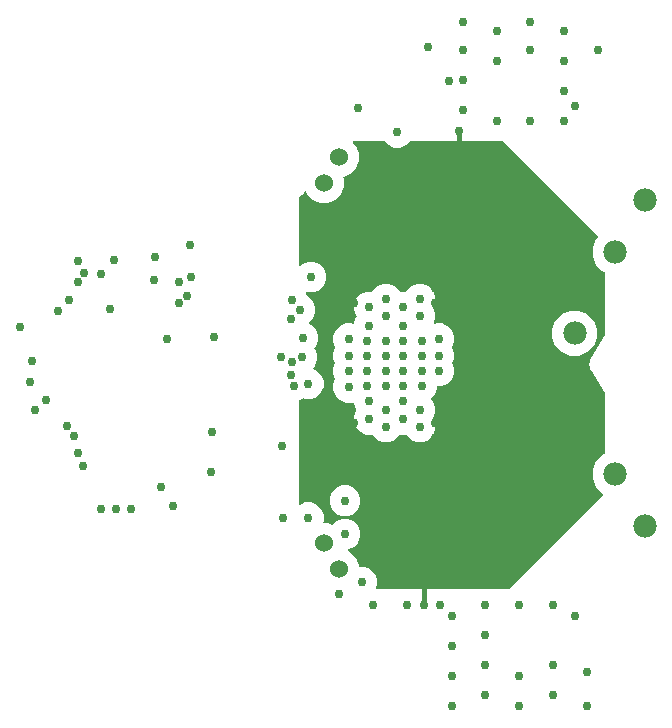
<source format=gbr>
G04 EAGLE Gerber RS-274X export*
G75*
%MOMM*%
%FSLAX34Y34*%
%LPD*%
%INCopper Layer 15*%
%IPPOS*%
%AMOC8*
5,1,8,0,0,1.08239X$1,22.5*%
G01*
%ADD10C,1.981200*%
%ADD11C,1.530000*%
%ADD12C,0.756400*%
%ADD13C,0.406400*%

G36*
X-85704Y-191385D02*
X-85704Y-191385D01*
X-85683Y-191387D01*
X-85573Y-191365D01*
X-85462Y-191348D01*
X-85443Y-191339D01*
X-85423Y-191335D01*
X-85384Y-191311D01*
X-85223Y-191233D01*
X-85140Y-191156D01*
X-85097Y-191128D01*
X-5659Y-111691D01*
X-5653Y-111682D01*
X-5645Y-111676D01*
X-5575Y-111575D01*
X-5502Y-111477D01*
X-5498Y-111467D01*
X-5492Y-111458D01*
X-5455Y-111342D01*
X-5414Y-111226D01*
X-5414Y-111215D01*
X-5411Y-111205D01*
X-5409Y-111082D01*
X-5405Y-110960D01*
X-5408Y-110950D01*
X-5408Y-110939D01*
X-5443Y-110822D01*
X-5475Y-110703D01*
X-5481Y-110695D01*
X-5484Y-110684D01*
X-5552Y-110583D01*
X-5618Y-110479D01*
X-5626Y-110472D01*
X-5632Y-110463D01*
X-5657Y-110446D01*
X-5820Y-110307D01*
X-5882Y-110281D01*
X-11261Y-104902D01*
X-14161Y-97900D01*
X-14161Y-90321D01*
X-11261Y-83319D01*
X-5902Y-77960D01*
X-4423Y-77347D01*
X-4370Y-77315D01*
X-4312Y-77292D01*
X-4256Y-77247D01*
X-4195Y-77210D01*
X-4154Y-77164D01*
X-4106Y-77125D01*
X-4066Y-77065D01*
X-4018Y-77011D01*
X-3993Y-76955D01*
X-3958Y-76903D01*
X-3948Y-76856D01*
X-3908Y-76769D01*
X-3881Y-76557D01*
X-3874Y-76527D01*
X-3874Y-25825D01*
X-3880Y-25787D01*
X-3878Y-25749D01*
X-3893Y-25699D01*
X-3914Y-25562D01*
X-3978Y-25431D01*
X-3993Y-25381D01*
X-15070Y-6195D01*
X-15077Y-6186D01*
X-15079Y-6182D01*
X-15118Y-6134D01*
X-15134Y-6099D01*
X-15882Y-5124D01*
X-16020Y-4611D01*
X-16092Y-4444D01*
X-16097Y-4433D01*
X-16108Y-4396D01*
X-16374Y-3936D01*
X-16535Y-2718D01*
X-16556Y-2646D01*
X-16557Y-2604D01*
X-16875Y-1418D01*
X-16806Y-891D01*
X-16809Y-701D01*
X-16806Y-659D01*
X-16875Y-132D01*
X-16557Y1054D01*
X-16549Y1129D01*
X-16535Y1168D01*
X-16374Y2386D01*
X-16108Y2846D01*
X-16039Y3024D01*
X-16020Y3061D01*
X-15882Y3574D01*
X-15134Y4549D01*
X-15098Y4615D01*
X-15070Y4645D01*
X-3993Y23831D01*
X-3979Y23867D01*
X-3958Y23898D01*
X-3947Y23950D01*
X-3896Y24079D01*
X-3886Y24224D01*
X-3874Y24275D01*
X-3874Y76527D01*
X-3884Y76588D01*
X-3883Y76650D01*
X-3903Y76719D01*
X-3914Y76789D01*
X-3941Y76845D01*
X-3959Y76905D01*
X-3999Y76964D01*
X-4030Y77029D01*
X-4072Y77074D01*
X-4107Y77126D01*
X-4146Y77153D01*
X-4211Y77223D01*
X-4397Y77329D01*
X-4423Y77347D01*
X-5902Y77960D01*
X-11261Y83319D01*
X-14161Y90321D01*
X-14161Y97900D01*
X-11261Y104902D01*
X-9663Y106500D01*
X-9602Y106583D01*
X-9535Y106661D01*
X-9523Y106689D01*
X-9505Y106714D01*
X-9471Y106811D01*
X-9431Y106905D01*
X-9428Y106936D01*
X-9418Y106965D01*
X-9414Y107068D01*
X-9403Y107170D01*
X-9409Y107200D01*
X-9408Y107231D01*
X-9435Y107330D01*
X-9455Y107431D01*
X-9468Y107451D01*
X-9478Y107487D01*
X-9621Y107712D01*
X-9650Y107736D01*
X-9663Y107756D01*
X-89859Y187953D01*
X-89876Y187966D01*
X-89890Y187982D01*
X-89983Y188044D01*
X-90073Y188111D01*
X-90093Y188118D01*
X-90111Y188129D01*
X-90155Y188139D01*
X-90324Y188198D01*
X-90437Y188202D01*
X-90488Y188213D01*
X-167788Y188213D01*
X-167808Y188210D01*
X-167829Y188212D01*
X-167940Y188190D01*
X-168050Y188173D01*
X-168069Y188164D01*
X-168090Y188160D01*
X-168129Y188136D01*
X-168290Y188058D01*
X-168372Y187981D01*
X-168416Y187953D01*
X-172065Y184304D01*
X-176816Y182336D01*
X-181959Y182336D01*
X-186710Y184304D01*
X-190359Y187953D01*
X-190376Y187966D01*
X-190389Y187982D01*
X-190483Y188044D01*
X-190573Y188111D01*
X-190593Y188118D01*
X-190611Y188129D01*
X-190655Y188139D01*
X-190824Y188198D01*
X-190937Y188202D01*
X-190987Y188213D01*
X-216520Y188213D01*
X-216571Y188206D01*
X-216623Y188207D01*
X-216702Y188186D01*
X-216783Y188173D01*
X-216830Y188151D01*
X-216880Y188137D01*
X-216949Y188093D01*
X-217023Y188058D01*
X-217060Y188023D01*
X-217104Y187995D01*
X-217157Y187932D01*
X-217217Y187876D01*
X-217243Y187832D01*
X-217276Y187792D01*
X-217308Y187717D01*
X-217349Y187646D01*
X-217360Y187595D01*
X-217380Y187548D01*
X-217389Y187466D01*
X-217407Y187386D01*
X-217402Y187335D01*
X-217408Y187283D01*
X-217392Y187203D01*
X-217385Y187121D01*
X-217366Y187073D01*
X-217356Y187023D01*
X-217328Y186979D01*
X-217286Y186874D01*
X-217173Y186735D01*
X-217149Y186697D01*
X-214362Y183910D01*
X-211805Y177738D01*
X-211805Y171056D01*
X-214362Y164884D01*
X-219087Y160159D01*
X-224453Y157936D01*
X-224541Y157883D01*
X-224633Y157836D01*
X-224654Y157815D01*
X-224681Y157799D01*
X-224749Y157722D01*
X-224823Y157650D01*
X-224837Y157623D01*
X-224858Y157600D01*
X-224900Y157507D01*
X-224949Y157417D01*
X-224955Y157386D01*
X-224968Y157358D01*
X-224981Y157257D01*
X-225001Y157156D01*
X-224997Y157132D01*
X-225001Y157095D01*
X-224955Y156833D01*
X-224938Y156799D01*
X-224934Y156776D01*
X-224505Y155741D01*
X-224505Y149059D01*
X-227062Y142887D01*
X-231787Y138162D01*
X-237959Y135605D01*
X-244641Y135605D01*
X-250813Y138162D01*
X-255538Y142887D01*
X-256456Y145103D01*
X-256521Y145211D01*
X-256585Y145320D01*
X-256590Y145324D01*
X-256593Y145330D01*
X-256687Y145414D01*
X-256780Y145499D01*
X-256787Y145502D01*
X-256792Y145507D01*
X-256906Y145559D01*
X-257021Y145613D01*
X-257027Y145614D01*
X-257034Y145617D01*
X-257158Y145633D01*
X-257284Y145651D01*
X-257291Y145650D01*
X-257297Y145651D01*
X-257421Y145629D01*
X-257546Y145609D01*
X-257552Y145606D01*
X-257559Y145605D01*
X-257670Y145548D01*
X-257785Y145491D01*
X-257788Y145487D01*
X-257796Y145483D01*
X-257986Y145297D01*
X-258019Y145236D01*
X-258046Y145207D01*
X-258165Y145001D01*
X-258192Y144930D01*
X-258216Y144896D01*
X-258686Y143762D01*
X-259062Y143386D01*
X-259175Y143233D01*
X-259203Y143202D01*
X-259469Y142741D01*
X-260443Y141994D01*
X-260496Y141939D01*
X-260531Y141917D01*
X-261399Y141049D01*
X-261890Y140845D01*
X-262053Y140747D01*
X-262091Y140729D01*
X-262478Y140432D01*
X-262533Y140375D01*
X-262594Y140325D01*
X-262625Y140280D01*
X-262663Y140241D01*
X-262698Y140170D01*
X-262742Y140104D01*
X-262750Y140066D01*
X-262782Y140003D01*
X-262826Y139741D01*
X-262825Y139733D01*
X-262826Y139728D01*
X-262826Y83037D01*
X-262818Y82986D01*
X-262820Y82935D01*
X-262798Y82856D01*
X-262786Y82775D01*
X-262764Y82728D01*
X-262750Y82678D01*
X-262706Y82609D01*
X-262670Y82535D01*
X-262635Y82497D01*
X-262607Y82454D01*
X-262545Y82401D01*
X-262489Y82341D01*
X-262444Y82315D01*
X-262405Y82282D01*
X-262329Y82250D01*
X-262258Y82209D01*
X-262208Y82198D01*
X-262160Y82177D01*
X-262079Y82169D01*
X-261999Y82151D01*
X-261947Y82155D01*
X-261896Y82150D01*
X-261815Y82166D01*
X-261734Y82173D01*
X-261686Y82192D01*
X-261635Y82202D01*
X-261592Y82230D01*
X-261487Y82272D01*
X-261394Y82347D01*
X-261392Y82348D01*
X-261384Y82355D01*
X-261348Y82385D01*
X-261309Y82409D01*
X-259735Y83984D01*
X-254984Y85952D01*
X-249841Y85952D01*
X-245090Y83984D01*
X-241454Y80347D01*
X-239486Y75596D01*
X-239486Y70454D01*
X-241454Y65703D01*
X-245090Y62066D01*
X-249841Y60098D01*
X-254984Y60098D01*
X-255551Y60333D01*
X-255601Y60346D01*
X-255648Y60367D01*
X-255730Y60377D01*
X-255809Y60397D01*
X-255861Y60394D01*
X-255912Y60401D01*
X-255993Y60386D01*
X-256075Y60382D01*
X-256123Y60364D01*
X-256174Y60355D01*
X-256247Y60317D01*
X-256324Y60289D01*
X-256364Y60257D01*
X-256410Y60233D01*
X-256469Y60176D01*
X-256534Y60126D01*
X-256563Y60084D01*
X-256600Y60047D01*
X-256639Y59975D01*
X-256686Y59908D01*
X-256702Y59859D01*
X-256727Y59814D01*
X-256743Y59733D01*
X-256768Y59655D01*
X-256768Y59604D01*
X-256778Y59553D01*
X-256770Y59502D01*
X-256771Y59389D01*
X-256720Y59218D01*
X-256712Y59173D01*
X-255802Y56976D01*
X-255791Y56958D01*
X-255785Y56937D01*
X-255762Y56904D01*
X-255749Y56871D01*
X-255709Y56821D01*
X-255664Y56748D01*
X-255649Y56734D01*
X-255637Y56717D01*
X-255606Y56695D01*
X-255582Y56665D01*
X-255540Y56637D01*
X-255466Y56571D01*
X-255388Y56536D01*
X-255360Y56517D01*
X-255350Y56515D01*
X-255321Y56495D01*
X-254615Y56203D01*
X-250979Y52566D01*
X-249011Y47815D01*
X-249011Y42672D01*
X-250979Y37921D01*
X-254318Y34582D01*
X-254324Y34574D01*
X-254332Y34568D01*
X-254403Y34467D01*
X-254475Y34369D01*
X-254479Y34359D01*
X-254485Y34350D01*
X-254522Y34233D01*
X-254563Y34117D01*
X-254563Y34107D01*
X-254566Y34097D01*
X-254568Y33974D01*
X-254572Y33852D01*
X-254569Y33842D01*
X-254569Y33831D01*
X-254534Y33714D01*
X-254502Y33595D01*
X-254496Y33586D01*
X-254493Y33576D01*
X-254425Y33475D01*
X-254359Y33371D01*
X-254351Y33364D01*
X-254345Y33355D01*
X-254320Y33338D01*
X-254157Y33199D01*
X-254069Y33161D01*
X-254029Y33134D01*
X-252234Y32390D01*
X-248597Y28754D01*
X-246630Y24003D01*
X-246630Y18860D01*
X-248597Y14109D01*
X-249378Y13328D01*
X-249439Y13246D01*
X-249506Y13167D01*
X-249518Y13139D01*
X-249536Y13114D01*
X-249570Y13017D01*
X-249610Y12923D01*
X-249613Y12892D01*
X-249623Y12863D01*
X-249627Y12761D01*
X-249637Y12658D01*
X-249631Y12628D01*
X-249632Y12597D01*
X-249606Y12498D01*
X-249585Y12398D01*
X-249573Y12378D01*
X-249563Y12341D01*
X-249420Y12117D01*
X-249396Y12096D01*
X-247423Y7334D01*
X-247423Y2191D01*
X-249391Y-2560D01*
X-250678Y-3846D01*
X-250684Y-3855D01*
X-250692Y-3861D01*
X-250763Y-3961D01*
X-250835Y-4060D01*
X-250839Y-4070D01*
X-250845Y-4079D01*
X-250882Y-4196D01*
X-250923Y-4311D01*
X-250923Y-4322D01*
X-250926Y-4332D01*
X-250928Y-4454D01*
X-250932Y-4577D01*
X-250929Y-4587D01*
X-250929Y-4598D01*
X-250894Y-4715D01*
X-250862Y-4833D01*
X-250856Y-4842D01*
X-250853Y-4852D01*
X-250785Y-4954D01*
X-250719Y-5058D01*
X-250711Y-5065D01*
X-250705Y-5073D01*
X-250680Y-5091D01*
X-250517Y-5230D01*
X-250429Y-5267D01*
X-250389Y-5295D01*
X-247471Y-6504D01*
X-243835Y-10140D01*
X-241867Y-14891D01*
X-241867Y-20034D01*
X-243835Y-24785D01*
X-247471Y-28421D01*
X-252222Y-30389D01*
X-257365Y-30389D01*
X-258366Y-29974D01*
X-258426Y-29960D01*
X-258484Y-29935D01*
X-258555Y-29928D01*
X-258624Y-29911D01*
X-258686Y-29914D01*
X-258748Y-29908D01*
X-258818Y-29922D01*
X-258890Y-29926D01*
X-258948Y-29948D01*
X-259009Y-29960D01*
X-259049Y-29986D01*
X-259139Y-30019D01*
X-259308Y-30150D01*
X-259334Y-30167D01*
X-259378Y-30210D01*
X-262277Y-31411D01*
X-262330Y-31443D01*
X-262388Y-31466D01*
X-262444Y-31512D01*
X-262505Y-31549D01*
X-262546Y-31595D01*
X-262594Y-31634D01*
X-262634Y-31694D01*
X-262682Y-31747D01*
X-262707Y-31804D01*
X-262742Y-31855D01*
X-262752Y-31902D01*
X-262792Y-31989D01*
X-262819Y-32201D01*
X-262826Y-32232D01*
X-262826Y-118975D01*
X-262824Y-118985D01*
X-262826Y-118995D01*
X-262804Y-119116D01*
X-262786Y-119237D01*
X-262781Y-119247D01*
X-262780Y-119257D01*
X-262724Y-119366D01*
X-262670Y-119477D01*
X-262663Y-119484D01*
X-262658Y-119494D01*
X-262573Y-119581D01*
X-262489Y-119671D01*
X-262480Y-119676D01*
X-262472Y-119684D01*
X-262364Y-119742D01*
X-262258Y-119803D01*
X-262248Y-119805D01*
X-262239Y-119810D01*
X-262118Y-119834D01*
X-261999Y-119861D01*
X-261988Y-119860D01*
X-261978Y-119862D01*
X-261947Y-119857D01*
X-261734Y-119839D01*
X-261645Y-119804D01*
X-261598Y-119795D01*
X-257365Y-118042D01*
X-252222Y-118042D01*
X-247471Y-120010D01*
X-243835Y-123646D01*
X-241867Y-128397D01*
X-241867Y-133540D01*
X-242214Y-134377D01*
X-242216Y-134387D01*
X-242221Y-134396D01*
X-242248Y-134516D01*
X-242278Y-134635D01*
X-242277Y-134646D01*
X-242279Y-134656D01*
X-242269Y-134778D01*
X-242262Y-134901D01*
X-242258Y-134910D01*
X-242258Y-134921D01*
X-242212Y-135035D01*
X-242169Y-135149D01*
X-242163Y-135158D01*
X-242159Y-135168D01*
X-242081Y-135263D01*
X-242006Y-135360D01*
X-241998Y-135366D01*
X-241991Y-135374D01*
X-241889Y-135442D01*
X-241789Y-135512D01*
X-241779Y-135516D01*
X-241770Y-135521D01*
X-241739Y-135528D01*
X-241536Y-135594D01*
X-241440Y-135595D01*
X-241393Y-135605D01*
X-237959Y-135605D01*
X-234784Y-136920D01*
X-234724Y-136935D01*
X-234667Y-136960D01*
X-234596Y-136967D01*
X-234526Y-136984D01*
X-234464Y-136981D01*
X-234403Y-136987D01*
X-234332Y-136973D01*
X-234261Y-136969D01*
X-234203Y-136947D01*
X-234142Y-136935D01*
X-234101Y-136909D01*
X-234012Y-136876D01*
X-233843Y-136745D01*
X-233816Y-136728D01*
X-231160Y-134071D01*
X-226409Y-132104D01*
X-221266Y-132104D01*
X-216515Y-134071D01*
X-212879Y-137708D01*
X-210911Y-142459D01*
X-210911Y-147602D01*
X-212879Y-152353D01*
X-216515Y-155989D01*
X-220853Y-157786D01*
X-220898Y-157813D01*
X-220946Y-157831D01*
X-221011Y-157881D01*
X-221081Y-157923D01*
X-221115Y-157962D01*
X-221156Y-157993D01*
X-221203Y-158061D01*
X-221258Y-158122D01*
X-221279Y-158169D01*
X-221309Y-158211D01*
X-221334Y-158289D01*
X-221368Y-158364D01*
X-221374Y-158415D01*
X-221390Y-158464D01*
X-221391Y-158546D01*
X-221402Y-158627D01*
X-221393Y-158678D01*
X-221393Y-158730D01*
X-221370Y-158809D01*
X-221356Y-158889D01*
X-221332Y-158935D01*
X-221317Y-158985D01*
X-221272Y-159053D01*
X-221234Y-159126D01*
X-221198Y-159163D01*
X-221169Y-159206D01*
X-221127Y-159235D01*
X-221048Y-159316D01*
X-220891Y-159401D01*
X-220853Y-159427D01*
X-219087Y-160159D01*
X-214362Y-164884D01*
X-211805Y-171056D01*
X-211805Y-171923D01*
X-211790Y-172024D01*
X-211782Y-172126D01*
X-211770Y-172155D01*
X-211765Y-172185D01*
X-211721Y-172278D01*
X-211683Y-172373D01*
X-211663Y-172397D01*
X-211650Y-172425D01*
X-211580Y-172500D01*
X-211515Y-172579D01*
X-211489Y-172596D01*
X-211468Y-172619D01*
X-211379Y-172670D01*
X-211294Y-172727D01*
X-211270Y-172732D01*
X-211238Y-172751D01*
X-210978Y-172809D01*
X-210940Y-172806D01*
X-210917Y-172811D01*
X-206979Y-172811D01*
X-202228Y-174779D01*
X-198591Y-178415D01*
X-196623Y-183166D01*
X-196623Y-188309D01*
X-197390Y-190160D01*
X-197393Y-190170D01*
X-197398Y-190179D01*
X-197425Y-190299D01*
X-197454Y-190418D01*
X-197453Y-190429D01*
X-197456Y-190439D01*
X-197446Y-190561D01*
X-197439Y-190684D01*
X-197435Y-190693D01*
X-197434Y-190704D01*
X-197388Y-190818D01*
X-197345Y-190932D01*
X-197339Y-190941D01*
X-197335Y-190951D01*
X-197257Y-191046D01*
X-197183Y-191143D01*
X-197174Y-191149D01*
X-197167Y-191157D01*
X-197065Y-191225D01*
X-196965Y-191295D01*
X-196955Y-191299D01*
X-196946Y-191304D01*
X-196916Y-191311D01*
X-196712Y-191377D01*
X-196616Y-191378D01*
X-196569Y-191388D01*
X-85725Y-191388D01*
X-85704Y-191385D01*
G37*
%LPC*%
G36*
X-191484Y-66902D02*
X-191484Y-66902D01*
X-196235Y-64934D01*
X-199871Y-61297D01*
X-199953Y-61100D01*
X-199985Y-61047D01*
X-200008Y-60989D01*
X-200053Y-60934D01*
X-200090Y-60872D01*
X-200137Y-60831D01*
X-200176Y-60783D01*
X-200235Y-60743D01*
X-200289Y-60696D01*
X-200345Y-60670D01*
X-200397Y-60636D01*
X-200444Y-60625D01*
X-200531Y-60586D01*
X-200743Y-60559D01*
X-200774Y-60552D01*
X-205771Y-60552D01*
X-210522Y-58584D01*
X-214159Y-54947D01*
X-216127Y-50196D01*
X-216127Y-45054D01*
X-214154Y-40292D01*
X-214111Y-40233D01*
X-214044Y-40155D01*
X-214032Y-40126D01*
X-214014Y-40102D01*
X-213980Y-40005D01*
X-213940Y-39910D01*
X-213937Y-39880D01*
X-213927Y-39851D01*
X-213923Y-39748D01*
X-213913Y-39646D01*
X-213919Y-39616D01*
X-213918Y-39585D01*
X-213944Y-39486D01*
X-213965Y-39385D01*
X-213977Y-39365D01*
X-213987Y-39329D01*
X-214130Y-39104D01*
X-214154Y-39084D01*
X-216127Y-34321D01*
X-216127Y-34080D01*
X-216128Y-34069D01*
X-216127Y-34059D01*
X-216148Y-33938D01*
X-216167Y-33817D01*
X-216171Y-33808D01*
X-216173Y-33797D01*
X-216229Y-33688D01*
X-216282Y-33578D01*
X-216289Y-33570D01*
X-216294Y-33561D01*
X-216380Y-33473D01*
X-216464Y-33383D01*
X-216473Y-33378D01*
X-216480Y-33371D01*
X-216588Y-33312D01*
X-216694Y-33251D01*
X-216705Y-33249D01*
X-216714Y-33244D01*
X-216834Y-33220D01*
X-216954Y-33194D01*
X-216964Y-33195D01*
X-216975Y-33193D01*
X-217005Y-33198D01*
X-217219Y-33215D01*
X-217307Y-33251D01*
X-217355Y-33259D01*
X-218091Y-33564D01*
X-223234Y-33564D01*
X-227985Y-31596D01*
X-231621Y-27960D01*
X-233589Y-23209D01*
X-233589Y-18066D01*
X-231836Y-13834D01*
X-231831Y-13813D01*
X-231821Y-13795D01*
X-231799Y-13684D01*
X-231772Y-13576D01*
X-231773Y-13555D01*
X-231769Y-13534D01*
X-231777Y-13489D01*
X-231788Y-13310D01*
X-231827Y-13205D01*
X-231836Y-13154D01*
X-233589Y-8921D01*
X-233589Y-3779D01*
X-232165Y-340D01*
X-232160Y-320D01*
X-232150Y-301D01*
X-232128Y-191D01*
X-232101Y-82D01*
X-232102Y-61D01*
X-232098Y-40D01*
X-232106Y5D01*
X-232116Y184D01*
X-232156Y289D01*
X-232165Y340D01*
X-233589Y3779D01*
X-233589Y8921D01*
X-231836Y13154D01*
X-231831Y13174D01*
X-231821Y13193D01*
X-231799Y13303D01*
X-231772Y13412D01*
X-231773Y13433D01*
X-231769Y13453D01*
X-231777Y13498D01*
X-231788Y13677D01*
X-231827Y13783D01*
X-231836Y13834D01*
X-233589Y18066D01*
X-233589Y23209D01*
X-231621Y27960D01*
X-227985Y31596D01*
X-223234Y33564D01*
X-218091Y33564D01*
X-217355Y33259D01*
X-217345Y33257D01*
X-217336Y33251D01*
X-217216Y33225D01*
X-217097Y33195D01*
X-217086Y33196D01*
X-217076Y33194D01*
X-216954Y33204D01*
X-216832Y33211D01*
X-216822Y33214D01*
X-216811Y33215D01*
X-216697Y33261D01*
X-216583Y33304D01*
X-216574Y33310D01*
X-216564Y33314D01*
X-216468Y33392D01*
X-216372Y33467D01*
X-216366Y33475D01*
X-216358Y33482D01*
X-216290Y33584D01*
X-216220Y33684D01*
X-216216Y33694D01*
X-216211Y33703D01*
X-216204Y33733D01*
X-216138Y33937D01*
X-216137Y34033D01*
X-216127Y34080D01*
X-216127Y34321D01*
X-214154Y39083D01*
X-214111Y39142D01*
X-214044Y39220D01*
X-214032Y39249D01*
X-214014Y39273D01*
X-213980Y39370D01*
X-213940Y39465D01*
X-213937Y39495D01*
X-213927Y39524D01*
X-213923Y39627D01*
X-213913Y39729D01*
X-213919Y39759D01*
X-213918Y39790D01*
X-213944Y39889D01*
X-213965Y39990D01*
X-213977Y40010D01*
X-213987Y40046D01*
X-214130Y40271D01*
X-214154Y40291D01*
X-216127Y45054D01*
X-216127Y50196D01*
X-214159Y54947D01*
X-210522Y58584D01*
X-205771Y60552D01*
X-200774Y60552D01*
X-200712Y60561D01*
X-200650Y60560D01*
X-200582Y60581D01*
X-200511Y60592D01*
X-200455Y60618D01*
X-200396Y60636D01*
X-200336Y60676D01*
X-200271Y60707D01*
X-200226Y60750D01*
X-200175Y60784D01*
X-200147Y60823D01*
X-200077Y60889D01*
X-199971Y61075D01*
X-199953Y61100D01*
X-199871Y61297D01*
X-196235Y64934D01*
X-191484Y66902D01*
X-186341Y66902D01*
X-181590Y64934D01*
X-177954Y61297D01*
X-177872Y61100D01*
X-177840Y61047D01*
X-177817Y60989D01*
X-177772Y60934D01*
X-177735Y60872D01*
X-177688Y60831D01*
X-177649Y60783D01*
X-177590Y60743D01*
X-177536Y60696D01*
X-177480Y60670D01*
X-177428Y60636D01*
X-177381Y60625D01*
X-177294Y60586D01*
X-177082Y60559D01*
X-177051Y60552D01*
X-172199Y60552D01*
X-172137Y60561D01*
X-172075Y60560D01*
X-172007Y60581D01*
X-171936Y60592D01*
X-171880Y60618D01*
X-171821Y60636D01*
X-171761Y60676D01*
X-171696Y60707D01*
X-171651Y60750D01*
X-171600Y60784D01*
X-171572Y60823D01*
X-171502Y60889D01*
X-171396Y61075D01*
X-171378Y61100D01*
X-171296Y61297D01*
X-167660Y64934D01*
X-162909Y66902D01*
X-157766Y66902D01*
X-153015Y64934D01*
X-149379Y61297D01*
X-147411Y56546D01*
X-147411Y51404D01*
X-149164Y47171D01*
X-149169Y47151D01*
X-149179Y47132D01*
X-149201Y47022D01*
X-149228Y46913D01*
X-149227Y46892D01*
X-149231Y46872D01*
X-149223Y46827D01*
X-149212Y46648D01*
X-149173Y46542D01*
X-149164Y46491D01*
X-147411Y42259D01*
X-147411Y37116D01*
X-148444Y34621D01*
X-148457Y34571D01*
X-148478Y34524D01*
X-148488Y34443D01*
X-148508Y34363D01*
X-148505Y34312D01*
X-148512Y34260D01*
X-148497Y34180D01*
X-148493Y34098D01*
X-148475Y34049D01*
X-148466Y33999D01*
X-148428Y33926D01*
X-148399Y33849D01*
X-148368Y33808D01*
X-148344Y33762D01*
X-148287Y33704D01*
X-148237Y33639D01*
X-148194Y33609D01*
X-148158Y33572D01*
X-148086Y33533D01*
X-148019Y33486D01*
X-147970Y33470D01*
X-147925Y33446D01*
X-147844Y33430D01*
X-147766Y33405D01*
X-147714Y33404D01*
X-147664Y33394D01*
X-147613Y33403D01*
X-147500Y33402D01*
X-147329Y33453D01*
X-147284Y33461D01*
X-147034Y33564D01*
X-141891Y33564D01*
X-137140Y31596D01*
X-133504Y27960D01*
X-131536Y23209D01*
X-131536Y18066D01*
X-133289Y13834D01*
X-133294Y13813D01*
X-133304Y13795D01*
X-133326Y13684D01*
X-133353Y13576D01*
X-133352Y13555D01*
X-133356Y13534D01*
X-133348Y13489D01*
X-133337Y13310D01*
X-133298Y13205D01*
X-133289Y13154D01*
X-131536Y8921D01*
X-131536Y3779D01*
X-132960Y340D01*
X-132965Y320D01*
X-132975Y301D01*
X-132997Y191D01*
X-133024Y82D01*
X-133023Y61D01*
X-133027Y40D01*
X-133019Y-5D01*
X-133009Y-184D01*
X-132969Y-289D01*
X-132960Y-340D01*
X-131536Y-3779D01*
X-131536Y-8921D01*
X-133504Y-13672D01*
X-137140Y-17309D01*
X-141891Y-19277D01*
X-144935Y-19277D01*
X-145037Y-19292D01*
X-145139Y-19300D01*
X-145167Y-19312D01*
X-145198Y-19317D01*
X-145290Y-19361D01*
X-145386Y-19399D01*
X-145409Y-19419D01*
X-145437Y-19432D01*
X-145512Y-19502D01*
X-145592Y-19567D01*
X-145609Y-19593D01*
X-145631Y-19614D01*
X-145682Y-19703D01*
X-145739Y-19788D01*
X-145745Y-19812D01*
X-145763Y-19844D01*
X-145821Y-20104D01*
X-145818Y-20142D01*
X-145823Y-20165D01*
X-145823Y-21621D01*
X-147791Y-26372D01*
X-150953Y-29534D01*
X-151014Y-29617D01*
X-151081Y-29695D01*
X-151093Y-29724D01*
X-151111Y-29748D01*
X-151145Y-29845D01*
X-151185Y-29940D01*
X-151188Y-29970D01*
X-151198Y-29999D01*
X-151202Y-30102D01*
X-151212Y-30204D01*
X-151206Y-30234D01*
X-151207Y-30265D01*
X-151181Y-30364D01*
X-151160Y-30465D01*
X-151148Y-30485D01*
X-151138Y-30522D01*
X-150995Y-30746D01*
X-150966Y-30770D01*
X-150953Y-30791D01*
X-149379Y-32365D01*
X-147411Y-37116D01*
X-147411Y-42259D01*
X-149164Y-46491D01*
X-149169Y-46512D01*
X-149179Y-46530D01*
X-149201Y-46641D01*
X-149228Y-46749D01*
X-149227Y-46770D01*
X-149231Y-46791D01*
X-149223Y-46836D01*
X-149212Y-47015D01*
X-149173Y-47120D01*
X-149164Y-47171D01*
X-147411Y-51404D01*
X-147411Y-56546D01*
X-149379Y-61297D01*
X-153015Y-64934D01*
X-157766Y-66902D01*
X-162909Y-66902D01*
X-167660Y-64934D01*
X-171296Y-61297D01*
X-171378Y-61100D01*
X-171410Y-61047D01*
X-171433Y-60989D01*
X-171478Y-60934D01*
X-171515Y-60872D01*
X-171562Y-60831D01*
X-171601Y-60783D01*
X-171660Y-60743D01*
X-171714Y-60696D01*
X-171770Y-60670D01*
X-171822Y-60636D01*
X-171869Y-60625D01*
X-171956Y-60586D01*
X-172168Y-60559D01*
X-172199Y-60552D01*
X-177051Y-60552D01*
X-177113Y-60561D01*
X-177175Y-60560D01*
X-177243Y-60581D01*
X-177314Y-60592D01*
X-177370Y-60618D01*
X-177429Y-60636D01*
X-177489Y-60676D01*
X-177554Y-60707D01*
X-177599Y-60750D01*
X-177650Y-60784D01*
X-177678Y-60823D01*
X-177748Y-60889D01*
X-177854Y-61075D01*
X-177872Y-61100D01*
X-177954Y-61297D01*
X-181590Y-64934D01*
X-186341Y-66902D01*
X-191484Y-66902D01*
G37*
%LPD*%
%LPC*%
G36*
X-33158Y6095D02*
X-33158Y6095D01*
X-40160Y8996D01*
X-45519Y14355D01*
X-48419Y21357D01*
X-48419Y28935D01*
X-45519Y35937D01*
X-40160Y41296D01*
X-33158Y44197D01*
X-25579Y44197D01*
X-18577Y41296D01*
X-13218Y35937D01*
X-10318Y28935D01*
X-10318Y21357D01*
X-13218Y14355D01*
X-18577Y8996D01*
X-25579Y6095D01*
X-33158Y6095D01*
G37*
%LPD*%
%LPC*%
G36*
X-226409Y-129382D02*
X-226409Y-129382D01*
X-231160Y-127414D01*
X-234796Y-123778D01*
X-236764Y-119027D01*
X-236764Y-113884D01*
X-234796Y-109133D01*
X-231160Y-105496D01*
X-226409Y-103529D01*
X-221266Y-103529D01*
X-216515Y-105496D01*
X-212879Y-109133D01*
X-210911Y-113884D01*
X-210911Y-119027D01*
X-212879Y-123778D01*
X-216515Y-127414D01*
X-221266Y-129382D01*
X-226409Y-129382D01*
G37*
%LPD*%
D10*
X-29369Y-25146D03*
X-29369Y25146D03*
X30035Y-137665D03*
X4890Y-94110D03*
X4889Y94110D03*
X30036Y137665D03*
D11*
X-241300Y-152400D03*
X-228600Y-174397D03*
X-241300Y152400D03*
X-228600Y174397D03*
D12*
X-422275Y46038D03*
X-498475Y30163D03*
X-374650Y20638D03*
X-384774Y90135D03*
X-336550Y-58738D03*
X-430213Y75406D03*
X-334963Y22225D03*
X-490538Y-15813D03*
X-445488Y-87017D03*
X-379413Y-104775D03*
X-354806Y100362D03*
X-336753Y-92573D03*
X-449707Y86519D03*
X-419100Y87313D03*
X-369073Y-121423D03*
X-450056Y-76200D03*
X-385763Y70644D03*
X-457377Y53798D03*
X-466725Y44450D03*
X-147638Y63500D03*
X-134938Y57150D03*
X-147638Y50800D03*
X-134938Y44450D03*
X-215900Y63500D03*
X-230188Y57150D03*
X-215900Y50800D03*
X-230188Y44450D03*
X-147638Y-63500D03*
X-134938Y-57150D03*
X-147638Y-50800D03*
X-134938Y-44450D03*
X-215900Y-63500D03*
X-228600Y-57150D03*
X-215900Y-50800D03*
X-228600Y-44450D03*
X-138113Y-22225D03*
X-127000Y196850D03*
D13*
X-127000Y166688D01*
X-128588Y165100D01*
D12*
X-157163Y-204788D03*
D13*
X-157163Y-180975D01*
X-155575Y-179388D01*
D12*
X-84138Y7938D03*
X-160338Y-53975D03*
X-174625Y-47625D03*
X-160338Y-39688D03*
X-174625Y-31750D03*
X-188913Y-53975D03*
X-203200Y-47625D03*
X-188913Y-39688D03*
X-203200Y-31750D03*
X-174625Y31750D03*
X-160338Y39688D03*
X-174625Y47625D03*
X-160338Y53975D03*
X-203200Y31750D03*
X-188913Y39688D03*
X-203200Y47625D03*
X-188913Y53975D03*
X-277626Y4763D03*
X-269081Y37306D03*
X-252413Y73025D03*
X-220663Y20638D03*
X-144463Y20638D03*
X-158750Y19050D03*
X-174625Y19050D03*
X-188913Y19050D03*
X-204788Y19050D03*
X-204788Y6350D03*
X-188913Y6350D03*
X-174625Y6350D03*
X-158750Y6350D03*
X-204788Y-19050D03*
X-188913Y-19050D03*
X-174625Y-19050D03*
X-158750Y-19050D03*
X-158750Y-6350D03*
X-174625Y-6350D03*
X-188913Y-6350D03*
X-204788Y-6350D03*
X-144463Y6350D03*
X-144463Y-6350D03*
X-220663Y6350D03*
X-220663Y-6350D03*
X-220663Y-20638D03*
X-223838Y-116455D03*
X-133350Y-290513D03*
X-228600Y-195263D03*
X-133350Y-265113D03*
X-133350Y-239713D03*
X-133350Y-214313D03*
X-209550Y-185738D03*
X-171450Y-204788D03*
X-200025Y-204788D03*
X-142875Y-204788D03*
X-223838Y-145030D03*
X-104775Y-280988D03*
X-19050Y-290513D03*
X-104775Y-255588D03*
X-104775Y-230188D03*
X-104775Y-204788D03*
X-19050Y-261938D03*
X-47625Y-280988D03*
X-28575Y-214313D03*
X-47625Y-255588D03*
X-47625Y-204788D03*
X-76200Y-290513D03*
X-76200Y-265113D03*
X-123825Y214313D03*
X-123825Y239713D03*
X-123825Y265113D03*
X-123825Y288925D03*
X-95250Y204788D03*
X-95250Y255588D03*
X-95250Y280988D03*
X-66675Y265113D03*
X-66675Y288925D03*
X-38100Y204788D03*
X-38100Y230188D03*
X-38100Y255588D03*
X-38100Y280988D03*
X-76200Y-204788D03*
X-66675Y204788D03*
X-9525Y265113D03*
X-28575Y217488D03*
X-269081Y-10164D03*
X-254794Y-130969D03*
X-266700Y-19252D03*
X-268988Y548D03*
X-276225Y-130969D03*
X-259556Y21431D03*
X-212505Y216031D03*
X-260350Y4763D03*
X-135905Y239065D03*
X-276788Y-69850D03*
X-354013Y73025D03*
X-357188Y57150D03*
X-364331Y50800D03*
X-364331Y68263D03*
X-453444Y-61699D03*
X-486569Y-39688D03*
X-477137Y-31419D03*
X-458680Y-53289D03*
X-254794Y-17463D03*
X-268288Y53340D03*
X-153201Y267382D03*
X-261938Y45244D03*
X-179388Y195263D03*
X-430213Y-123825D03*
X-488950Y1588D03*
X-404813Y-123825D03*
X-444475Y76225D03*
X-417513Y-123825D03*
X-449365Y68263D03*
M02*

</source>
